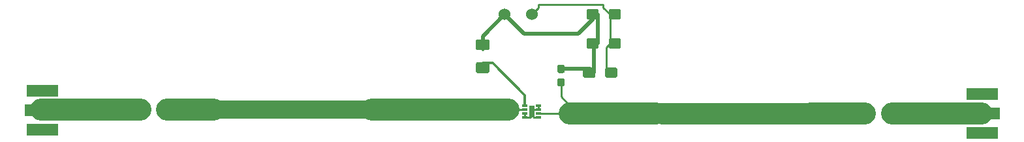
<source format=gbr>
G04 #@! TF.GenerationSoftware,KiCad,Pcbnew,5.1.2-f72e74a~84~ubuntu18.04.1*
G04 #@! TF.CreationDate,2019-09-24T12:52:55+02:00*
G04 #@! TF.ProjectId,matched_lna,6d617463-6865-4645-9f6c-6e612e6b6963,rev?*
G04 #@! TF.SameCoordinates,Original*
G04 #@! TF.FileFunction,Copper,L1,Top*
G04 #@! TF.FilePolarity,Positive*
%FSLAX46Y46*%
G04 Gerber Fmt 4.6, Leading zero omitted, Abs format (unit mm)*
G04 Created by KiCad (PCBNEW 5.1.2-f72e74a~84~ubuntu18.04.1) date 2019-09-24 12:52:55*
%MOMM*%
%LPD*%
G04 APERTURE LIST*
%ADD10R,4.060000X1.520000*%
%ADD11R,4.600000X1.520000*%
%ADD12R,0.700000X1.600000*%
%ADD13R,0.670000X0.300000*%
%ADD14C,0.100000*%
%ADD15C,1.425000*%
%ADD16C,1.350000*%
%ADD17C,0.950000*%
%ADD18C,1.524000*%
%ADD19C,0.800000*%
%ADD20C,0.400000*%
%ADD21C,0.500000*%
%ADD22C,0.250000*%
%ADD23C,2.900000*%
%ADD24C,2.400000*%
%ADD25C,2.770000*%
%ADD26C,0.300000*%
G04 APERTURE END LIST*
D10*
X193040000Y-119620000D03*
X193040000Y-114540000D03*
D11*
X193040000Y-117080000D03*
D10*
X71120000Y-114100000D03*
X71120000Y-119180000D03*
D11*
X71120000Y-116640000D03*
D12*
X134620000Y-116840000D03*
D13*
X135505000Y-117590000D03*
X135505000Y-117090000D03*
X135505000Y-116590000D03*
X135505000Y-116090000D03*
X133735000Y-117590000D03*
X133735000Y-117090000D03*
X133735000Y-116590000D03*
X133735000Y-116090000D03*
D14*
G36*
X128919504Y-110391204D02*
G01*
X128943773Y-110394804D01*
X128967571Y-110400765D01*
X128990671Y-110409030D01*
X129012849Y-110419520D01*
X129033893Y-110432133D01*
X129053598Y-110446747D01*
X129071777Y-110463223D01*
X129088253Y-110481402D01*
X129102867Y-110501107D01*
X129115480Y-110522151D01*
X129125970Y-110544329D01*
X129134235Y-110567429D01*
X129140196Y-110591227D01*
X129143796Y-110615496D01*
X129145000Y-110640000D01*
X129145000Y-111565000D01*
X129143796Y-111589504D01*
X129140196Y-111613773D01*
X129134235Y-111637571D01*
X129125970Y-111660671D01*
X129115480Y-111682849D01*
X129102867Y-111703893D01*
X129088253Y-111723598D01*
X129071777Y-111741777D01*
X129053598Y-111758253D01*
X129033893Y-111772867D01*
X129012849Y-111785480D01*
X128990671Y-111795970D01*
X128967571Y-111804235D01*
X128943773Y-111810196D01*
X128919504Y-111813796D01*
X128895000Y-111815000D01*
X127645000Y-111815000D01*
X127620496Y-111813796D01*
X127596227Y-111810196D01*
X127572429Y-111804235D01*
X127549329Y-111795970D01*
X127527151Y-111785480D01*
X127506107Y-111772867D01*
X127486402Y-111758253D01*
X127468223Y-111741777D01*
X127451747Y-111723598D01*
X127437133Y-111703893D01*
X127424520Y-111682849D01*
X127414030Y-111660671D01*
X127405765Y-111637571D01*
X127399804Y-111613773D01*
X127396204Y-111589504D01*
X127395000Y-111565000D01*
X127395000Y-110640000D01*
X127396204Y-110615496D01*
X127399804Y-110591227D01*
X127405765Y-110567429D01*
X127414030Y-110544329D01*
X127424520Y-110522151D01*
X127437133Y-110501107D01*
X127451747Y-110481402D01*
X127468223Y-110463223D01*
X127486402Y-110446747D01*
X127506107Y-110432133D01*
X127527151Y-110419520D01*
X127549329Y-110409030D01*
X127572429Y-110400765D01*
X127596227Y-110394804D01*
X127620496Y-110391204D01*
X127645000Y-110390000D01*
X128895000Y-110390000D01*
X128919504Y-110391204D01*
X128919504Y-110391204D01*
G37*
D15*
X128270000Y-111102500D03*
D14*
G36*
X128919504Y-107416204D02*
G01*
X128943773Y-107419804D01*
X128967571Y-107425765D01*
X128990671Y-107434030D01*
X129012849Y-107444520D01*
X129033893Y-107457133D01*
X129053598Y-107471747D01*
X129071777Y-107488223D01*
X129088253Y-107506402D01*
X129102867Y-107526107D01*
X129115480Y-107547151D01*
X129125970Y-107569329D01*
X129134235Y-107592429D01*
X129140196Y-107616227D01*
X129143796Y-107640496D01*
X129145000Y-107665000D01*
X129145000Y-108590000D01*
X129143796Y-108614504D01*
X129140196Y-108638773D01*
X129134235Y-108662571D01*
X129125970Y-108685671D01*
X129115480Y-108707849D01*
X129102867Y-108728893D01*
X129088253Y-108748598D01*
X129071777Y-108766777D01*
X129053598Y-108783253D01*
X129033893Y-108797867D01*
X129012849Y-108810480D01*
X128990671Y-108820970D01*
X128967571Y-108829235D01*
X128943773Y-108835196D01*
X128919504Y-108838796D01*
X128895000Y-108840000D01*
X127645000Y-108840000D01*
X127620496Y-108838796D01*
X127596227Y-108835196D01*
X127572429Y-108829235D01*
X127549329Y-108820970D01*
X127527151Y-108810480D01*
X127506107Y-108797867D01*
X127486402Y-108783253D01*
X127468223Y-108766777D01*
X127451747Y-108748598D01*
X127437133Y-108728893D01*
X127424520Y-108707849D01*
X127414030Y-108685671D01*
X127405765Y-108662571D01*
X127399804Y-108638773D01*
X127396204Y-108614504D01*
X127395000Y-108590000D01*
X127395000Y-107665000D01*
X127396204Y-107640496D01*
X127399804Y-107616227D01*
X127405765Y-107592429D01*
X127414030Y-107569329D01*
X127424520Y-107547151D01*
X127437133Y-107526107D01*
X127451747Y-107506402D01*
X127468223Y-107488223D01*
X127486402Y-107471747D01*
X127506107Y-107457133D01*
X127527151Y-107444520D01*
X127549329Y-107434030D01*
X127572429Y-107425765D01*
X127596227Y-107419804D01*
X127620496Y-107416204D01*
X127645000Y-107415000D01*
X128895000Y-107415000D01*
X128919504Y-107416204D01*
X128919504Y-107416204D01*
G37*
D15*
X128270000Y-108127500D03*
D14*
G36*
X145509505Y-111086204D02*
G01*
X145533773Y-111089804D01*
X145557572Y-111095765D01*
X145580671Y-111104030D01*
X145602850Y-111114520D01*
X145623893Y-111127132D01*
X145643599Y-111141747D01*
X145661777Y-111158223D01*
X145678253Y-111176401D01*
X145692868Y-111196107D01*
X145705480Y-111217150D01*
X145715970Y-111239329D01*
X145724235Y-111262428D01*
X145730196Y-111286227D01*
X145733796Y-111310495D01*
X145735000Y-111334999D01*
X145735000Y-112185001D01*
X145733796Y-112209505D01*
X145730196Y-112233773D01*
X145724235Y-112257572D01*
X145715970Y-112280671D01*
X145705480Y-112302850D01*
X145692868Y-112323893D01*
X145678253Y-112343599D01*
X145661777Y-112361777D01*
X145643599Y-112378253D01*
X145623893Y-112392868D01*
X145602850Y-112405480D01*
X145580671Y-112415970D01*
X145557572Y-112424235D01*
X145533773Y-112430196D01*
X145509505Y-112433796D01*
X145485001Y-112435000D01*
X144409999Y-112435000D01*
X144385495Y-112433796D01*
X144361227Y-112430196D01*
X144337428Y-112424235D01*
X144314329Y-112415970D01*
X144292150Y-112405480D01*
X144271107Y-112392868D01*
X144251401Y-112378253D01*
X144233223Y-112361777D01*
X144216747Y-112343599D01*
X144202132Y-112323893D01*
X144189520Y-112302850D01*
X144179030Y-112280671D01*
X144170765Y-112257572D01*
X144164804Y-112233773D01*
X144161204Y-112209505D01*
X144160000Y-112185001D01*
X144160000Y-111334999D01*
X144161204Y-111310495D01*
X144164804Y-111286227D01*
X144170765Y-111262428D01*
X144179030Y-111239329D01*
X144189520Y-111217150D01*
X144202132Y-111196107D01*
X144216747Y-111176401D01*
X144233223Y-111158223D01*
X144251401Y-111141747D01*
X144271107Y-111127132D01*
X144292150Y-111114520D01*
X144314329Y-111104030D01*
X144337428Y-111095765D01*
X144361227Y-111089804D01*
X144385495Y-111086204D01*
X144409999Y-111085000D01*
X145485001Y-111085000D01*
X145509505Y-111086204D01*
X145509505Y-111086204D01*
G37*
D16*
X144947500Y-111760000D03*
D14*
G36*
X142634505Y-111086204D02*
G01*
X142658773Y-111089804D01*
X142682572Y-111095765D01*
X142705671Y-111104030D01*
X142727850Y-111114520D01*
X142748893Y-111127132D01*
X142768599Y-111141747D01*
X142786777Y-111158223D01*
X142803253Y-111176401D01*
X142817868Y-111196107D01*
X142830480Y-111217150D01*
X142840970Y-111239329D01*
X142849235Y-111262428D01*
X142855196Y-111286227D01*
X142858796Y-111310495D01*
X142860000Y-111334999D01*
X142860000Y-112185001D01*
X142858796Y-112209505D01*
X142855196Y-112233773D01*
X142849235Y-112257572D01*
X142840970Y-112280671D01*
X142830480Y-112302850D01*
X142817868Y-112323893D01*
X142803253Y-112343599D01*
X142786777Y-112361777D01*
X142768599Y-112378253D01*
X142748893Y-112392868D01*
X142727850Y-112405480D01*
X142705671Y-112415970D01*
X142682572Y-112424235D01*
X142658773Y-112430196D01*
X142634505Y-112433796D01*
X142610001Y-112435000D01*
X141534999Y-112435000D01*
X141510495Y-112433796D01*
X141486227Y-112430196D01*
X141462428Y-112424235D01*
X141439329Y-112415970D01*
X141417150Y-112405480D01*
X141396107Y-112392868D01*
X141376401Y-112378253D01*
X141358223Y-112361777D01*
X141341747Y-112343599D01*
X141327132Y-112323893D01*
X141314520Y-112302850D01*
X141304030Y-112280671D01*
X141295765Y-112257572D01*
X141289804Y-112233773D01*
X141286204Y-112209505D01*
X141285000Y-112185001D01*
X141285000Y-111334999D01*
X141286204Y-111310495D01*
X141289804Y-111286227D01*
X141295765Y-111262428D01*
X141304030Y-111239329D01*
X141314520Y-111217150D01*
X141327132Y-111196107D01*
X141341747Y-111176401D01*
X141358223Y-111158223D01*
X141376401Y-111141747D01*
X141396107Y-111127132D01*
X141417150Y-111114520D01*
X141439329Y-111104030D01*
X141462428Y-111095765D01*
X141486227Y-111089804D01*
X141510495Y-111086204D01*
X141534999Y-111085000D01*
X142610001Y-111085000D01*
X142634505Y-111086204D01*
X142634505Y-111086204D01*
G37*
D16*
X142072500Y-111760000D03*
D14*
G36*
X143104505Y-103466204D02*
G01*
X143128773Y-103469804D01*
X143152572Y-103475765D01*
X143175671Y-103484030D01*
X143197850Y-103494520D01*
X143218893Y-103507132D01*
X143238599Y-103521747D01*
X143256777Y-103538223D01*
X143273253Y-103556401D01*
X143287868Y-103576107D01*
X143300480Y-103597150D01*
X143310970Y-103619329D01*
X143319235Y-103642428D01*
X143325196Y-103666227D01*
X143328796Y-103690495D01*
X143330000Y-103714999D01*
X143330000Y-104565001D01*
X143328796Y-104589505D01*
X143325196Y-104613773D01*
X143319235Y-104637572D01*
X143310970Y-104660671D01*
X143300480Y-104682850D01*
X143287868Y-104703893D01*
X143273253Y-104723599D01*
X143256777Y-104741777D01*
X143238599Y-104758253D01*
X143218893Y-104772868D01*
X143197850Y-104785480D01*
X143175671Y-104795970D01*
X143152572Y-104804235D01*
X143128773Y-104810196D01*
X143104505Y-104813796D01*
X143080001Y-104815000D01*
X142004999Y-104815000D01*
X141980495Y-104813796D01*
X141956227Y-104810196D01*
X141932428Y-104804235D01*
X141909329Y-104795970D01*
X141887150Y-104785480D01*
X141866107Y-104772868D01*
X141846401Y-104758253D01*
X141828223Y-104741777D01*
X141811747Y-104723599D01*
X141797132Y-104703893D01*
X141784520Y-104682850D01*
X141774030Y-104660671D01*
X141765765Y-104637572D01*
X141759804Y-104613773D01*
X141756204Y-104589505D01*
X141755000Y-104565001D01*
X141755000Y-103714999D01*
X141756204Y-103690495D01*
X141759804Y-103666227D01*
X141765765Y-103642428D01*
X141774030Y-103619329D01*
X141784520Y-103597150D01*
X141797132Y-103576107D01*
X141811747Y-103556401D01*
X141828223Y-103538223D01*
X141846401Y-103521747D01*
X141866107Y-103507132D01*
X141887150Y-103494520D01*
X141909329Y-103484030D01*
X141932428Y-103475765D01*
X141956227Y-103469804D01*
X141980495Y-103466204D01*
X142004999Y-103465000D01*
X143080001Y-103465000D01*
X143104505Y-103466204D01*
X143104505Y-103466204D01*
G37*
D16*
X142542500Y-104140000D03*
D14*
G36*
X145979505Y-103466204D02*
G01*
X146003773Y-103469804D01*
X146027572Y-103475765D01*
X146050671Y-103484030D01*
X146072850Y-103494520D01*
X146093893Y-103507132D01*
X146113599Y-103521747D01*
X146131777Y-103538223D01*
X146148253Y-103556401D01*
X146162868Y-103576107D01*
X146175480Y-103597150D01*
X146185970Y-103619329D01*
X146194235Y-103642428D01*
X146200196Y-103666227D01*
X146203796Y-103690495D01*
X146205000Y-103714999D01*
X146205000Y-104565001D01*
X146203796Y-104589505D01*
X146200196Y-104613773D01*
X146194235Y-104637572D01*
X146185970Y-104660671D01*
X146175480Y-104682850D01*
X146162868Y-104703893D01*
X146148253Y-104723599D01*
X146131777Y-104741777D01*
X146113599Y-104758253D01*
X146093893Y-104772868D01*
X146072850Y-104785480D01*
X146050671Y-104795970D01*
X146027572Y-104804235D01*
X146003773Y-104810196D01*
X145979505Y-104813796D01*
X145955001Y-104815000D01*
X144879999Y-104815000D01*
X144855495Y-104813796D01*
X144831227Y-104810196D01*
X144807428Y-104804235D01*
X144784329Y-104795970D01*
X144762150Y-104785480D01*
X144741107Y-104772868D01*
X144721401Y-104758253D01*
X144703223Y-104741777D01*
X144686747Y-104723599D01*
X144672132Y-104703893D01*
X144659520Y-104682850D01*
X144649030Y-104660671D01*
X144640765Y-104637572D01*
X144634804Y-104613773D01*
X144631204Y-104589505D01*
X144630000Y-104565001D01*
X144630000Y-103714999D01*
X144631204Y-103690495D01*
X144634804Y-103666227D01*
X144640765Y-103642428D01*
X144649030Y-103619329D01*
X144659520Y-103597150D01*
X144672132Y-103576107D01*
X144686747Y-103556401D01*
X144703223Y-103538223D01*
X144721401Y-103521747D01*
X144741107Y-103507132D01*
X144762150Y-103494520D01*
X144784329Y-103484030D01*
X144807428Y-103475765D01*
X144831227Y-103469804D01*
X144855495Y-103466204D01*
X144879999Y-103465000D01*
X145955001Y-103465000D01*
X145979505Y-103466204D01*
X145979505Y-103466204D01*
G37*
D16*
X145417500Y-104140000D03*
D14*
G36*
X143104505Y-107276204D02*
G01*
X143128773Y-107279804D01*
X143152572Y-107285765D01*
X143175671Y-107294030D01*
X143197850Y-107304520D01*
X143218893Y-107317132D01*
X143238599Y-107331747D01*
X143256777Y-107348223D01*
X143273253Y-107366401D01*
X143287868Y-107386107D01*
X143300480Y-107407150D01*
X143310970Y-107429329D01*
X143319235Y-107452428D01*
X143325196Y-107476227D01*
X143328796Y-107500495D01*
X143330000Y-107524999D01*
X143330000Y-108375001D01*
X143328796Y-108399505D01*
X143325196Y-108423773D01*
X143319235Y-108447572D01*
X143310970Y-108470671D01*
X143300480Y-108492850D01*
X143287868Y-108513893D01*
X143273253Y-108533599D01*
X143256777Y-108551777D01*
X143238599Y-108568253D01*
X143218893Y-108582868D01*
X143197850Y-108595480D01*
X143175671Y-108605970D01*
X143152572Y-108614235D01*
X143128773Y-108620196D01*
X143104505Y-108623796D01*
X143080001Y-108625000D01*
X142004999Y-108625000D01*
X141980495Y-108623796D01*
X141956227Y-108620196D01*
X141932428Y-108614235D01*
X141909329Y-108605970D01*
X141887150Y-108595480D01*
X141866107Y-108582868D01*
X141846401Y-108568253D01*
X141828223Y-108551777D01*
X141811747Y-108533599D01*
X141797132Y-108513893D01*
X141784520Y-108492850D01*
X141774030Y-108470671D01*
X141765765Y-108447572D01*
X141759804Y-108423773D01*
X141756204Y-108399505D01*
X141755000Y-108375001D01*
X141755000Y-107524999D01*
X141756204Y-107500495D01*
X141759804Y-107476227D01*
X141765765Y-107452428D01*
X141774030Y-107429329D01*
X141784520Y-107407150D01*
X141797132Y-107386107D01*
X141811747Y-107366401D01*
X141828223Y-107348223D01*
X141846401Y-107331747D01*
X141866107Y-107317132D01*
X141887150Y-107304520D01*
X141909329Y-107294030D01*
X141932428Y-107285765D01*
X141956227Y-107279804D01*
X141980495Y-107276204D01*
X142004999Y-107275000D01*
X143080001Y-107275000D01*
X143104505Y-107276204D01*
X143104505Y-107276204D01*
G37*
D16*
X142542500Y-107950000D03*
D14*
G36*
X145979505Y-107276204D02*
G01*
X146003773Y-107279804D01*
X146027572Y-107285765D01*
X146050671Y-107294030D01*
X146072850Y-107304520D01*
X146093893Y-107317132D01*
X146113599Y-107331747D01*
X146131777Y-107348223D01*
X146148253Y-107366401D01*
X146162868Y-107386107D01*
X146175480Y-107407150D01*
X146185970Y-107429329D01*
X146194235Y-107452428D01*
X146200196Y-107476227D01*
X146203796Y-107500495D01*
X146205000Y-107524999D01*
X146205000Y-108375001D01*
X146203796Y-108399505D01*
X146200196Y-108423773D01*
X146194235Y-108447572D01*
X146185970Y-108470671D01*
X146175480Y-108492850D01*
X146162868Y-108513893D01*
X146148253Y-108533599D01*
X146131777Y-108551777D01*
X146113599Y-108568253D01*
X146093893Y-108582868D01*
X146072850Y-108595480D01*
X146050671Y-108605970D01*
X146027572Y-108614235D01*
X146003773Y-108620196D01*
X145979505Y-108623796D01*
X145955001Y-108625000D01*
X144879999Y-108625000D01*
X144855495Y-108623796D01*
X144831227Y-108620196D01*
X144807428Y-108614235D01*
X144784329Y-108605970D01*
X144762150Y-108595480D01*
X144741107Y-108582868D01*
X144721401Y-108568253D01*
X144703223Y-108551777D01*
X144686747Y-108533599D01*
X144672132Y-108513893D01*
X144659520Y-108492850D01*
X144649030Y-108470671D01*
X144640765Y-108447572D01*
X144634804Y-108423773D01*
X144631204Y-108399505D01*
X144630000Y-108375001D01*
X144630000Y-107524999D01*
X144631204Y-107500495D01*
X144634804Y-107476227D01*
X144640765Y-107452428D01*
X144649030Y-107429329D01*
X144659520Y-107407150D01*
X144672132Y-107386107D01*
X144686747Y-107366401D01*
X144703223Y-107348223D01*
X144721401Y-107331747D01*
X144741107Y-107317132D01*
X144762150Y-107304520D01*
X144784329Y-107294030D01*
X144807428Y-107285765D01*
X144831227Y-107279804D01*
X144855495Y-107276204D01*
X144879999Y-107275000D01*
X145955001Y-107275000D01*
X145979505Y-107276204D01*
X145979505Y-107276204D01*
G37*
D16*
X145417500Y-107950000D03*
D14*
G36*
X178829505Y-116416204D02*
G01*
X178853773Y-116419804D01*
X178877572Y-116425765D01*
X178900671Y-116434030D01*
X178922850Y-116444520D01*
X178943893Y-116457132D01*
X178963599Y-116471747D01*
X178981777Y-116488223D01*
X178998253Y-116506401D01*
X179012868Y-116526107D01*
X179025480Y-116547150D01*
X179035970Y-116569329D01*
X179044235Y-116592428D01*
X179050196Y-116616227D01*
X179053796Y-116640495D01*
X179055000Y-116664999D01*
X179055000Y-117515001D01*
X179053796Y-117539505D01*
X179050196Y-117563773D01*
X179044235Y-117587572D01*
X179035970Y-117610671D01*
X179025480Y-117632850D01*
X179012868Y-117653893D01*
X178998253Y-117673599D01*
X178981777Y-117691777D01*
X178963599Y-117708253D01*
X178943893Y-117722868D01*
X178922850Y-117735480D01*
X178900671Y-117745970D01*
X178877572Y-117754235D01*
X178853773Y-117760196D01*
X178829505Y-117763796D01*
X178805001Y-117765000D01*
X177729999Y-117765000D01*
X177705495Y-117763796D01*
X177681227Y-117760196D01*
X177657428Y-117754235D01*
X177634329Y-117745970D01*
X177612150Y-117735480D01*
X177591107Y-117722868D01*
X177571401Y-117708253D01*
X177553223Y-117691777D01*
X177536747Y-117673599D01*
X177522132Y-117653893D01*
X177509520Y-117632850D01*
X177499030Y-117610671D01*
X177490765Y-117587572D01*
X177484804Y-117563773D01*
X177481204Y-117539505D01*
X177480000Y-117515001D01*
X177480000Y-116664999D01*
X177481204Y-116640495D01*
X177484804Y-116616227D01*
X177490765Y-116592428D01*
X177499030Y-116569329D01*
X177509520Y-116547150D01*
X177522132Y-116526107D01*
X177536747Y-116506401D01*
X177553223Y-116488223D01*
X177571401Y-116471747D01*
X177591107Y-116457132D01*
X177612150Y-116444520D01*
X177634329Y-116434030D01*
X177657428Y-116425765D01*
X177681227Y-116419804D01*
X177705495Y-116416204D01*
X177729999Y-116415000D01*
X178805001Y-116415000D01*
X178829505Y-116416204D01*
X178829505Y-116416204D01*
G37*
D16*
X178267500Y-117090000D03*
D14*
G36*
X181704505Y-116416204D02*
G01*
X181728773Y-116419804D01*
X181752572Y-116425765D01*
X181775671Y-116434030D01*
X181797850Y-116444520D01*
X181818893Y-116457132D01*
X181838599Y-116471747D01*
X181856777Y-116488223D01*
X181873253Y-116506401D01*
X181887868Y-116526107D01*
X181900480Y-116547150D01*
X181910970Y-116569329D01*
X181919235Y-116592428D01*
X181925196Y-116616227D01*
X181928796Y-116640495D01*
X181930000Y-116664999D01*
X181930000Y-117515001D01*
X181928796Y-117539505D01*
X181925196Y-117563773D01*
X181919235Y-117587572D01*
X181910970Y-117610671D01*
X181900480Y-117632850D01*
X181887868Y-117653893D01*
X181873253Y-117673599D01*
X181856777Y-117691777D01*
X181838599Y-117708253D01*
X181818893Y-117722868D01*
X181797850Y-117735480D01*
X181775671Y-117745970D01*
X181752572Y-117754235D01*
X181728773Y-117760196D01*
X181704505Y-117763796D01*
X181680001Y-117765000D01*
X180604999Y-117765000D01*
X180580495Y-117763796D01*
X180556227Y-117760196D01*
X180532428Y-117754235D01*
X180509329Y-117745970D01*
X180487150Y-117735480D01*
X180466107Y-117722868D01*
X180446401Y-117708253D01*
X180428223Y-117691777D01*
X180411747Y-117673599D01*
X180397132Y-117653893D01*
X180384520Y-117632850D01*
X180374030Y-117610671D01*
X180365765Y-117587572D01*
X180359804Y-117563773D01*
X180356204Y-117539505D01*
X180355000Y-117515001D01*
X180355000Y-116664999D01*
X180356204Y-116640495D01*
X180359804Y-116616227D01*
X180365765Y-116592428D01*
X180374030Y-116569329D01*
X180384520Y-116547150D01*
X180397132Y-116526107D01*
X180411747Y-116506401D01*
X180428223Y-116488223D01*
X180446401Y-116471747D01*
X180466107Y-116457132D01*
X180487150Y-116444520D01*
X180509329Y-116434030D01*
X180532428Y-116425765D01*
X180556227Y-116419804D01*
X180580495Y-116416204D01*
X180604999Y-116415000D01*
X181680001Y-116415000D01*
X181704505Y-116416204D01*
X181704505Y-116416204D01*
G37*
D16*
X181142500Y-117090000D03*
D14*
G36*
X85017005Y-115916204D02*
G01*
X85041273Y-115919804D01*
X85065072Y-115925765D01*
X85088171Y-115934030D01*
X85110350Y-115944520D01*
X85131393Y-115957132D01*
X85151099Y-115971747D01*
X85169277Y-115988223D01*
X85185753Y-116006401D01*
X85200368Y-116026107D01*
X85212980Y-116047150D01*
X85223470Y-116069329D01*
X85231735Y-116092428D01*
X85237696Y-116116227D01*
X85241296Y-116140495D01*
X85242500Y-116164999D01*
X85242500Y-117015001D01*
X85241296Y-117039505D01*
X85237696Y-117063773D01*
X85231735Y-117087572D01*
X85223470Y-117110671D01*
X85212980Y-117132850D01*
X85200368Y-117153893D01*
X85185753Y-117173599D01*
X85169277Y-117191777D01*
X85151099Y-117208253D01*
X85131393Y-117222868D01*
X85110350Y-117235480D01*
X85088171Y-117245970D01*
X85065072Y-117254235D01*
X85041273Y-117260196D01*
X85017005Y-117263796D01*
X84992501Y-117265000D01*
X83917499Y-117265000D01*
X83892995Y-117263796D01*
X83868727Y-117260196D01*
X83844928Y-117254235D01*
X83821829Y-117245970D01*
X83799650Y-117235480D01*
X83778607Y-117222868D01*
X83758901Y-117208253D01*
X83740723Y-117191777D01*
X83724247Y-117173599D01*
X83709632Y-117153893D01*
X83697020Y-117132850D01*
X83686530Y-117110671D01*
X83678265Y-117087572D01*
X83672304Y-117063773D01*
X83668704Y-117039505D01*
X83667500Y-117015001D01*
X83667500Y-116164999D01*
X83668704Y-116140495D01*
X83672304Y-116116227D01*
X83678265Y-116092428D01*
X83686530Y-116069329D01*
X83697020Y-116047150D01*
X83709632Y-116026107D01*
X83724247Y-116006401D01*
X83740723Y-115988223D01*
X83758901Y-115971747D01*
X83778607Y-115957132D01*
X83799650Y-115944520D01*
X83821829Y-115934030D01*
X83844928Y-115925765D01*
X83868727Y-115919804D01*
X83892995Y-115916204D01*
X83917499Y-115915000D01*
X84992501Y-115915000D01*
X85017005Y-115916204D01*
X85017005Y-115916204D01*
G37*
D16*
X84455000Y-116590000D03*
D14*
G36*
X87892005Y-115916204D02*
G01*
X87916273Y-115919804D01*
X87940072Y-115925765D01*
X87963171Y-115934030D01*
X87985350Y-115944520D01*
X88006393Y-115957132D01*
X88026099Y-115971747D01*
X88044277Y-115988223D01*
X88060753Y-116006401D01*
X88075368Y-116026107D01*
X88087980Y-116047150D01*
X88098470Y-116069329D01*
X88106735Y-116092428D01*
X88112696Y-116116227D01*
X88116296Y-116140495D01*
X88117500Y-116164999D01*
X88117500Y-117015001D01*
X88116296Y-117039505D01*
X88112696Y-117063773D01*
X88106735Y-117087572D01*
X88098470Y-117110671D01*
X88087980Y-117132850D01*
X88075368Y-117153893D01*
X88060753Y-117173599D01*
X88044277Y-117191777D01*
X88026099Y-117208253D01*
X88006393Y-117222868D01*
X87985350Y-117235480D01*
X87963171Y-117245970D01*
X87940072Y-117254235D01*
X87916273Y-117260196D01*
X87892005Y-117263796D01*
X87867501Y-117265000D01*
X86792499Y-117265000D01*
X86767995Y-117263796D01*
X86743727Y-117260196D01*
X86719928Y-117254235D01*
X86696829Y-117245970D01*
X86674650Y-117235480D01*
X86653607Y-117222868D01*
X86633901Y-117208253D01*
X86615723Y-117191777D01*
X86599247Y-117173599D01*
X86584632Y-117153893D01*
X86572020Y-117132850D01*
X86561530Y-117110671D01*
X86553265Y-117087572D01*
X86547304Y-117063773D01*
X86543704Y-117039505D01*
X86542500Y-117015001D01*
X86542500Y-116164999D01*
X86543704Y-116140495D01*
X86547304Y-116116227D01*
X86553265Y-116092428D01*
X86561530Y-116069329D01*
X86572020Y-116047150D01*
X86584632Y-116026107D01*
X86599247Y-116006401D01*
X86615723Y-115988223D01*
X86633901Y-115971747D01*
X86653607Y-115957132D01*
X86674650Y-115944520D01*
X86696829Y-115934030D01*
X86719928Y-115925765D01*
X86743727Y-115919804D01*
X86767995Y-115916204D01*
X86792499Y-115915000D01*
X87867501Y-115915000D01*
X87892005Y-115916204D01*
X87892005Y-115916204D01*
G37*
D16*
X87330000Y-116590000D03*
D14*
G36*
X138690779Y-112506144D02*
G01*
X138713834Y-112509563D01*
X138736443Y-112515227D01*
X138758387Y-112523079D01*
X138779457Y-112533044D01*
X138799448Y-112545026D01*
X138818168Y-112558910D01*
X138835438Y-112574562D01*
X138851090Y-112591832D01*
X138864974Y-112610552D01*
X138876956Y-112630543D01*
X138886921Y-112651613D01*
X138894773Y-112673557D01*
X138900437Y-112696166D01*
X138903856Y-112719221D01*
X138905000Y-112742500D01*
X138905000Y-113317500D01*
X138903856Y-113340779D01*
X138900437Y-113363834D01*
X138894773Y-113386443D01*
X138886921Y-113408387D01*
X138876956Y-113429457D01*
X138864974Y-113449448D01*
X138851090Y-113468168D01*
X138835438Y-113485438D01*
X138818168Y-113501090D01*
X138799448Y-113514974D01*
X138779457Y-113526956D01*
X138758387Y-113536921D01*
X138736443Y-113544773D01*
X138713834Y-113550437D01*
X138690779Y-113553856D01*
X138667500Y-113555000D01*
X138192500Y-113555000D01*
X138169221Y-113553856D01*
X138146166Y-113550437D01*
X138123557Y-113544773D01*
X138101613Y-113536921D01*
X138080543Y-113526956D01*
X138060552Y-113514974D01*
X138041832Y-113501090D01*
X138024562Y-113485438D01*
X138008910Y-113468168D01*
X137995026Y-113449448D01*
X137983044Y-113429457D01*
X137973079Y-113408387D01*
X137965227Y-113386443D01*
X137959563Y-113363834D01*
X137956144Y-113340779D01*
X137955000Y-113317500D01*
X137955000Y-112742500D01*
X137956144Y-112719221D01*
X137959563Y-112696166D01*
X137965227Y-112673557D01*
X137973079Y-112651613D01*
X137983044Y-112630543D01*
X137995026Y-112610552D01*
X138008910Y-112591832D01*
X138024562Y-112574562D01*
X138041832Y-112558910D01*
X138060552Y-112545026D01*
X138080543Y-112533044D01*
X138101613Y-112523079D01*
X138123557Y-112515227D01*
X138146166Y-112509563D01*
X138169221Y-112506144D01*
X138192500Y-112505000D01*
X138667500Y-112505000D01*
X138690779Y-112506144D01*
X138690779Y-112506144D01*
G37*
D17*
X138430000Y-113030000D03*
D14*
G36*
X138690779Y-110756144D02*
G01*
X138713834Y-110759563D01*
X138736443Y-110765227D01*
X138758387Y-110773079D01*
X138779457Y-110783044D01*
X138799448Y-110795026D01*
X138818168Y-110808910D01*
X138835438Y-110824562D01*
X138851090Y-110841832D01*
X138864974Y-110860552D01*
X138876956Y-110880543D01*
X138886921Y-110901613D01*
X138894773Y-110923557D01*
X138900437Y-110946166D01*
X138903856Y-110969221D01*
X138905000Y-110992500D01*
X138905000Y-111567500D01*
X138903856Y-111590779D01*
X138900437Y-111613834D01*
X138894773Y-111636443D01*
X138886921Y-111658387D01*
X138876956Y-111679457D01*
X138864974Y-111699448D01*
X138851090Y-111718168D01*
X138835438Y-111735438D01*
X138818168Y-111751090D01*
X138799448Y-111764974D01*
X138779457Y-111776956D01*
X138758387Y-111786921D01*
X138736443Y-111794773D01*
X138713834Y-111800437D01*
X138690779Y-111803856D01*
X138667500Y-111805000D01*
X138192500Y-111805000D01*
X138169221Y-111803856D01*
X138146166Y-111800437D01*
X138123557Y-111794773D01*
X138101613Y-111786921D01*
X138080543Y-111776956D01*
X138060552Y-111764974D01*
X138041832Y-111751090D01*
X138024562Y-111735438D01*
X138008910Y-111718168D01*
X137995026Y-111699448D01*
X137983044Y-111679457D01*
X137973079Y-111658387D01*
X137965227Y-111636443D01*
X137959563Y-111613834D01*
X137956144Y-111590779D01*
X137955000Y-111567500D01*
X137955000Y-110992500D01*
X137956144Y-110969221D01*
X137959563Y-110946166D01*
X137965227Y-110923557D01*
X137973079Y-110901613D01*
X137983044Y-110880543D01*
X137995026Y-110860552D01*
X138008910Y-110841832D01*
X138024562Y-110824562D01*
X138041832Y-110808910D01*
X138060552Y-110795026D01*
X138080543Y-110783044D01*
X138101613Y-110773079D01*
X138123557Y-110765227D01*
X138146166Y-110759563D01*
X138169221Y-110756144D01*
X138192500Y-110755000D01*
X138667500Y-110755000D01*
X138690779Y-110756144D01*
X138690779Y-110756144D01*
G37*
D17*
X138430000Y-111280000D03*
D18*
X134620000Y-104140000D03*
X131120000Y-104140000D03*
D19*
X191770000Y-114300000D03*
X191770000Y-119380000D03*
X194310000Y-119380000D03*
X193040000Y-119380000D03*
X194310000Y-114300000D03*
X193040000Y-114300000D03*
X72390000Y-119380000D03*
X72390000Y-114300000D03*
X71120000Y-119380000D03*
X69850000Y-119400000D03*
X69850000Y-114300000D03*
X71120000Y-114300000D03*
D20*
X134620000Y-116270000D03*
X134620000Y-117410000D03*
X134620000Y-116840000D03*
D21*
X142230000Y-111280000D02*
X142710000Y-111760000D01*
X138430000Y-111280000D02*
X142230000Y-111280000D01*
D22*
X142710000Y-108420000D02*
X143180000Y-107950000D01*
D21*
X142710000Y-111760000D02*
X142710000Y-108420000D01*
X143180000Y-107950000D02*
X143180000Y-104140000D01*
X128270000Y-106990000D02*
X131120000Y-104140000D01*
X128270000Y-108740000D02*
X128270000Y-106990000D01*
X133660000Y-106680000D02*
X140640000Y-106680000D01*
X140640000Y-106680000D02*
X142614796Y-104705204D01*
X131120000Y-104140000D02*
X133660000Y-106680000D01*
D22*
X142614796Y-104705204D02*
X143180000Y-104140000D01*
X144310000Y-108420000D02*
X144780000Y-107950000D01*
X144310000Y-111760000D02*
X144310000Y-108420000D01*
X144780000Y-107950000D02*
X144780000Y-104140000D01*
X143929990Y-102870000D02*
X135470010Y-102870000D01*
X144780000Y-104140000D02*
X143929990Y-103289990D01*
X135505000Y-116090000D02*
X135505000Y-116590000D01*
X134920000Y-117590000D02*
X135505000Y-117590000D01*
X134844999Y-117514999D02*
X134920000Y-117590000D01*
X134920000Y-116590000D02*
X134844999Y-116665001D01*
X134844999Y-116665001D02*
X134844999Y-117514999D01*
X135505000Y-116590000D02*
X134920000Y-116590000D01*
X133735000Y-117590000D02*
X133735000Y-117090000D01*
X134440000Y-117590000D02*
X134620000Y-117410000D01*
X133735000Y-117590000D02*
X134440000Y-117590000D01*
X143929990Y-103289990D02*
X143929990Y-102870000D01*
X135470010Y-103289990D02*
X134620000Y-104140000D01*
X135470010Y-102870000D02*
X135470010Y-103289990D01*
D23*
X87360000Y-116590000D02*
X93345000Y-116590000D01*
D22*
X133735000Y-116590000D02*
X132965000Y-116590000D01*
D23*
X131600000Y-116590000D02*
X113900000Y-116590000D01*
D24*
X112900000Y-116590000D02*
X94300000Y-116590000D01*
D23*
X170800000Y-117090000D02*
X177800000Y-117090000D01*
X139550000Y-117090000D02*
X150750000Y-117090000D01*
D22*
X135505000Y-117090000D02*
X138105000Y-117090000D01*
X139550000Y-116055000D02*
X139550000Y-117090000D01*
X138430000Y-113030000D02*
X138430000Y-114935000D01*
X138430000Y-114935000D02*
X139550000Y-116055000D01*
D25*
X151580000Y-117090000D02*
X170180000Y-117090000D01*
D23*
X71000000Y-116590000D02*
X83820000Y-116590000D01*
X181425000Y-117090000D02*
X193000000Y-117090000D01*
D26*
X133735000Y-114685000D02*
X133735000Y-116090000D01*
X128270000Y-110490000D02*
X129540000Y-110490000D01*
X129540000Y-110490000D02*
X133735000Y-114685000D01*
M02*

</source>
